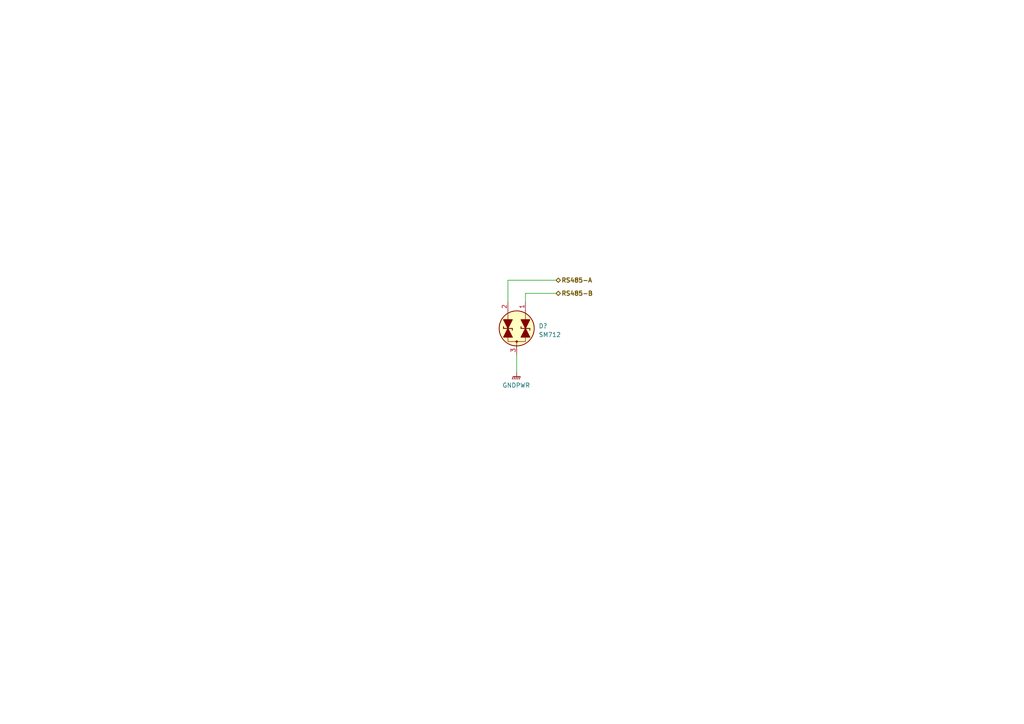
<source format=kicad_sch>
(kicad_sch (version 20250114) (generator "eeschema") (generator_version "9.0")
  (paper "A4")
  (lib_symbols
    (symbol "GP8211S-TC50:GNDPWR" (power) (pin_numbers (hide yes)) (pin_names (offset 0) (hide yes))
      (property "Value" "GNDPWR" (at 0 -3.302 0))
      (symbol "GNDPWR_0_1"
        (polyline (pts (xy -1.016 -1.27) (xy -1.27 -2.032) (xy -1.27 -2.032)) (stroke (width 0.2032)))
        (polyline (pts (xy -0.508 -1.27) (xy -0.762 -2.032) (xy -0.762 -2.032)) (stroke (width 0.2032)))
        (polyline (pts (xy 0 -1.27) (xy 0 0)))
        (polyline (pts (xy 0 -1.27) (xy -0.254 -2.032) (xy -0.254 -2.032)) (stroke (width 0.2032)))
        (polyline (pts (xy 0.508 -1.27) (xy 0.254 -2.032) (xy 0.254 -2.032)) (stroke (width 0.2032)))
        (polyline (pts (xy 1.016 -1.27) (xy -1.016 -1.27) (xy -1.016 -1.27)) (stroke (width 0.2032)))
        (polyline (pts (xy 1.016 -1.27) (xy 0.762 -2.032) (xy 0.762 -2.032) (xy 0.762 -2.032)) (stroke (width 0.2032)))
      )
      (symbol "GNDPWR_1_1"
        (pin power_in line (at 0 0 270) (length 0) (name "~") (number "1"))
      )
    )
    (symbol "GP8211S-TC50:SM712" (pin_names (offset 1.016) (hide yes))
      (property "Reference" "D" (at 0 8.89 0))
      (property "Value" "SM712" (at 0 6.35 0))
      (symbol "SM712_0_1"
        (polyline (pts (xy -6.35 0) (xy -3.81 0)))
        (circle (center -3.81 0) (radius 0.254) (fill (type outline)))
        (polyline (pts (xy -2.54 2.54) (xy -3.81 2.54) (xy -3.81 -2.54) (xy -2.54 -2.54)))
        (circle (center 0 0) (radius 5.08) (stroke (width 0.254)) (fill (type background)))
        (polyline (pts (xy 2.54 2.54) (xy 5.08 2.54)))
        (polyline (pts (xy 2.54 -2.54) (xy 5.08 -2.54)))
      )
      (symbol "SM712_0_2"
        (polyline (pts (xy -2.54 5.08) (xy -2.54 -5.08)) (stroke (width 0.254)))
        (polyline (pts (xy -2.54 0) (xy 0 0)))
        (polyline (pts (xy 0 6.35) (xy 0 7.62)))
        (arc (start -2.54 5.08) (mid 0 7.5976) (end 2.54 5.08) (stroke (width 0.254)))
        (polyline (pts (xy 0 1.27) (xy 0 -1.27)))
        (circle (center 0 0) (radius 0.254) (fill (type outline)))
        (arc (start 2.54 -5.08) (mid 0 -7.5976) (end -2.54 -5.08) (stroke (width 0.254)))
        (polyline (pts (xy 0 -6.35) (xy 0 -7.62)))
        (polyline (pts (xy 0 -7.62) (xy -1.016 -7.366) (xy -1.778 -6.858) (xy -2.286 -6.096) (xy -2.54 -5.588) (xy -2.54 5.334) (xy -2.286 6.096) (xy -2.032 6.604) (xy -1.524 7.112) (xy -0.254 7.62) (xy 0.254 7.62) (xy 1.524 7.112) (xy 2.032 6.604) (xy 2.286 6.096) (xy 2.54 5.334) (xy 2.54 0.254) (xy 2.54 -5.334) (xy 2.286 -6.096) (xy 2.032 -6.604) (xy 1.524 -7.112) (xy 1.016 -7.366) (xy 0 -7.62)) (stroke (width 0.01)) (fill (type background)))
        (polyline (pts (xy 2.54 -5.08) (xy 2.54 5.08)) (stroke (width 0.254)))
      )
      (symbol "SM712_1_1"
        (polyline (pts (xy -2.54 1.27) (xy -2.54 3.81) (xy 0 2.54) (xy -2.54 1.27)) (stroke (width 0.254)) (fill (type outline)))
        (polyline (pts (xy -2.54 -3.81) (xy -2.54 -1.27) (xy 0 -2.54) (xy -2.54 -3.81)) (stroke (width 0.254)) (fill (type outline)))
        (polyline (pts (xy -1.27 2.54) (xy 1.27 2.54)))
        (polyline (pts (xy -1.27 -2.54) (xy 1.27 -2.54)))
        (polyline (pts (xy 0 3.81) (xy 0.508 3.81)) (stroke (width 0.254)))
        (polyline (pts (xy 0 2.54) (xy 2.54 1.27) (xy 2.54 3.81) (xy 0 2.54)) (stroke (width 0.254)) (fill (type outline)))
        (polyline (pts (xy 0 1.27) (xy -0.508 1.27)) (stroke (width 0.254)))
        (polyline (pts (xy 0 1.27) (xy 0 3.81)) (stroke (width 0.254)))
        (polyline (pts (xy 0 -1.27) (xy 0.508 -1.27)) (stroke (width 0.254)))
        (polyline (pts (xy 0 -2.54) (xy 2.54 -3.81) (xy 2.54 -1.27) (xy 0 -2.54)) (stroke (width 0.254)) (fill (type outline)))
        (polyline (pts (xy 0 -3.81) (xy -0.508 -3.81)) (stroke (width 0.254)))
        (polyline (pts (xy 0 -3.81) (xy 0 -1.27)) (stroke (width 0.254)))
        (pin passive line (at -7.62 0 0) (length 2.54) (name "Com") (number "3"))
        (pin passive line (at 7.62 2.54 180) (length 2.54) (name "A2") (number "2"))
        (pin passive line (at 7.62 -2.54 180) (length 2.54) (name "A1") (number "1"))
      )
      (symbol "SM712_1_2"
        (polyline (pts (xy -1.27 3.81) (xy -1.27 4.318)) (stroke (width 0.254)))
        (polyline (pts (xy -1.27 -3.81) (xy -1.27 -3.302)) (stroke (width 0.254)))
        (polyline (pts (xy 0 3.81) (xy 1.27 6.35) (xy -1.27 6.35) (xy 0 3.81)) (stroke (width 0.254)) (fill (type outline)))
        (polyline (pts (xy 0 -3.81) (xy 1.27 -1.27) (xy -1.27 -1.27) (xy 0 -3.81)) (stroke (width 0.254)) (fill (type outline)))
        (polyline (pts (xy 1.27 3.81) (xy -1.27 3.81)) (stroke (width 0.254)))
        (polyline (pts (xy 1.27 3.81) (xy 1.27 3.302)) (stroke (width 0.254)))
        (polyline (pts (xy 1.27 1.27) (xy -1.27 1.27) (xy 0 3.81) (xy 1.27 1.27)) (stroke (width 0.254)) (fill (type outline)))
        (polyline (pts (xy 1.27 -3.81) (xy -1.27 -3.81)) (stroke (width 0.254)))
        (polyline (pts (xy 1.27 -3.81) (xy 1.27 -4.318)) (stroke (width 0.254)))
        (polyline (pts (xy 1.27 -6.35) (xy -1.27 -6.35) (xy 0 -3.81) (xy 1.27 -6.35)) (stroke (width 0.254)) (fill (type outline)))
        (pin passive line (at -5.08 0 0) (length 2.54) (name "Com") (number "3"))
        (pin passive line (at 0 10.16 270) (length 2.54) (name "A2") (number "2"))
        (pin passive line (at 0 -10.16 90) (length 2.54) (name "A1") (number "1"))
      )
    )
  )
  (wire (pts (xy 147.32 81.28) (xy 161.29 81.28)))
  (wire (pts (xy 152.4 87.63) (xy 152.4 85.09)))
  (wire (pts (xy 147.32 87.63) (xy 147.32 81.28)))
  (wire (pts (xy 149.86 102.87) (xy 149.86 107.95)))
  (wire (pts (xy 152.4 85.09) (xy 161.29 85.09)))
  (hierarchical_label "RS485-B" (shape bidirectional) (at 161.29 85.09 0) (effects (font (thickness 0.254) (bold yes))))
  (hierarchical_label "RS485-A" (shape bidirectional) (at 161.29 81.28 0) (effects (font (thickness 0.254) (bold yes))))
  (symbol (lib_id "GP8211S-TC50:GNDPWR") (at 149.86 107.95 0) (unit 1)
    (property "Reference" "#PWR?" (effects (hide yes)))
    (property "Value" "GNDPWR" (at 149.733 111.76 0))
    (property "Description" "Power symbol creates a global label with name \"GNDPWR\" , global ground" (effects (hide yes)))
  )
  (symbol (lib_id "GP8211S-TC50:SM712") (at 149.86 95.25 90) (unit 1)
    (property "Reference" "D?" (at 156.21 94.5514 90) (effects (justify right)))
    (property "Value" "SM712" (at 156.21 97.0914 90) (effects (justify right)))
    (property "Footprint" "PCM_Package_TO_SOT_SMD_AKL:SOT-23" (effects (hide yes)))
    (property "Datasheet" "https://www.tme.eu/Document/75933fc1842e5f5f3391c0542bf992c7/SM712.pdf" (effects (hide yes)))
    (property "Description" "SOT-23 Dual bidirectional TVS diode, 12V/7V, 600W, Alternate KiCAD Library" (effects (hide yes)))
  )
)
</source>
